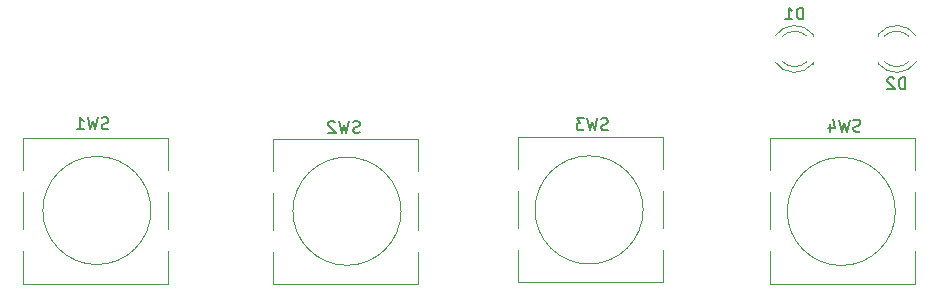
<source format=gbr>
%TF.GenerationSoftware,KiCad,Pcbnew,(6.0.7)*%
%TF.CreationDate,2023-08-25T11:33:14-04:00*%
%TF.ProjectId,Timer V4,54696d65-7220-4563-942e-6b696361645f,rev?*%
%TF.SameCoordinates,Original*%
%TF.FileFunction,Legend,Bot*%
%TF.FilePolarity,Positive*%
%FSLAX46Y46*%
G04 Gerber Fmt 4.6, Leading zero omitted, Abs format (unit mm)*
G04 Created by KiCad (PCBNEW (6.0.7)) date 2023-08-25 11:33:14*
%MOMM*%
%LPD*%
G01*
G04 APERTURE LIST*
%ADD10C,0.150000*%
%ADD11C,0.120000*%
G04 APERTURE END LIST*
D10*
%TO.C,SW4*%
X187167333Y-89764761D02*
X187024476Y-89812380D01*
X186786380Y-89812380D01*
X186691142Y-89764761D01*
X186643523Y-89717142D01*
X186595904Y-89621904D01*
X186595904Y-89526666D01*
X186643523Y-89431428D01*
X186691142Y-89383809D01*
X186786380Y-89336190D01*
X186976857Y-89288571D01*
X187072095Y-89240952D01*
X187119714Y-89193333D01*
X187167333Y-89098095D01*
X187167333Y-89002857D01*
X187119714Y-88907619D01*
X187072095Y-88860000D01*
X186976857Y-88812380D01*
X186738761Y-88812380D01*
X186595904Y-88860000D01*
X186262571Y-88812380D02*
X186024476Y-89812380D01*
X185834000Y-89098095D01*
X185643523Y-89812380D01*
X185405428Y-88812380D01*
X184595904Y-89145714D02*
X184595904Y-89812380D01*
X184834000Y-88764761D02*
X185072095Y-89479047D01*
X184453047Y-89479047D01*
%TO.C,SW3*%
X165811818Y-89637761D02*
X165668961Y-89685380D01*
X165430865Y-89685380D01*
X165335627Y-89637761D01*
X165288008Y-89590142D01*
X165240389Y-89494904D01*
X165240389Y-89399666D01*
X165288008Y-89304428D01*
X165335627Y-89256809D01*
X165430865Y-89209190D01*
X165621342Y-89161571D01*
X165716580Y-89113952D01*
X165764199Y-89066333D01*
X165811818Y-88971095D01*
X165811818Y-88875857D01*
X165764199Y-88780619D01*
X165716580Y-88733000D01*
X165621342Y-88685380D01*
X165383246Y-88685380D01*
X165240389Y-88733000D01*
X164907056Y-88685380D02*
X164668961Y-89685380D01*
X164478485Y-88971095D01*
X164288008Y-89685380D01*
X164049913Y-88685380D01*
X163764199Y-88685380D02*
X163145151Y-88685380D01*
X163478485Y-89066333D01*
X163335627Y-89066333D01*
X163240389Y-89113952D01*
X163192770Y-89161571D01*
X163145151Y-89256809D01*
X163145151Y-89494904D01*
X163192770Y-89590142D01*
X163240389Y-89637761D01*
X163335627Y-89685380D01*
X163621342Y-89685380D01*
X163716580Y-89637761D01*
X163764199Y-89590142D01*
%TO.C,SW2*%
X144789224Y-89876261D02*
X144646367Y-89923880D01*
X144408271Y-89923880D01*
X144313033Y-89876261D01*
X144265414Y-89828642D01*
X144217795Y-89733404D01*
X144217795Y-89638166D01*
X144265414Y-89542928D01*
X144313033Y-89495309D01*
X144408271Y-89447690D01*
X144598748Y-89400071D01*
X144693986Y-89352452D01*
X144741605Y-89304833D01*
X144789224Y-89209595D01*
X144789224Y-89114357D01*
X144741605Y-89019119D01*
X144693986Y-88971500D01*
X144598748Y-88923880D01*
X144360652Y-88923880D01*
X144217795Y-88971500D01*
X143884462Y-88923880D02*
X143646367Y-89923880D01*
X143455891Y-89209595D01*
X143265414Y-89923880D01*
X143027319Y-88923880D01*
X142693986Y-89019119D02*
X142646367Y-88971500D01*
X142551129Y-88923880D01*
X142313033Y-88923880D01*
X142217795Y-88971500D01*
X142170176Y-89019119D01*
X142122557Y-89114357D01*
X142122557Y-89209595D01*
X142170176Y-89352452D01*
X142741605Y-89923880D01*
X142122557Y-89923880D01*
%TO.C,SW1*%
X123507333Y-89558761D02*
X123364476Y-89606380D01*
X123126380Y-89606380D01*
X123031142Y-89558761D01*
X122983523Y-89511142D01*
X122935904Y-89415904D01*
X122935904Y-89320666D01*
X122983523Y-89225428D01*
X123031142Y-89177809D01*
X123126380Y-89130190D01*
X123316857Y-89082571D01*
X123412095Y-89034952D01*
X123459714Y-88987333D01*
X123507333Y-88892095D01*
X123507333Y-88796857D01*
X123459714Y-88701619D01*
X123412095Y-88654000D01*
X123316857Y-88606380D01*
X123078761Y-88606380D01*
X122935904Y-88654000D01*
X122602571Y-88606380D02*
X122364476Y-89606380D01*
X122174000Y-88892095D01*
X121983523Y-89606380D01*
X121745428Y-88606380D01*
X120840666Y-89606380D02*
X121412095Y-89606380D01*
X121126380Y-89606380D02*
X121126380Y-88606380D01*
X121221619Y-88749238D01*
X121316857Y-88844476D01*
X121412095Y-88892095D01*
%TO.C,D2*%
X190979095Y-86216380D02*
X190979095Y-85216380D01*
X190741000Y-85216380D01*
X190598142Y-85264000D01*
X190502904Y-85359238D01*
X190455285Y-85454476D01*
X190407666Y-85644952D01*
X190407666Y-85787809D01*
X190455285Y-85978285D01*
X190502904Y-86073523D01*
X190598142Y-86168761D01*
X190741000Y-86216380D01*
X190979095Y-86216380D01*
X190026714Y-85311619D02*
X189979095Y-85264000D01*
X189883857Y-85216380D01*
X189645761Y-85216380D01*
X189550523Y-85264000D01*
X189502904Y-85311619D01*
X189455285Y-85406857D01*
X189455285Y-85502095D01*
X189502904Y-85644952D01*
X190074333Y-86216380D01*
X189455285Y-86216380D01*
%TO.C,D1*%
X182353095Y-80296380D02*
X182353095Y-79296380D01*
X182115000Y-79296380D01*
X181972142Y-79344000D01*
X181876904Y-79439238D01*
X181829285Y-79534476D01*
X181781666Y-79724952D01*
X181781666Y-79867809D01*
X181829285Y-80058285D01*
X181876904Y-80153523D01*
X181972142Y-80248761D01*
X182115000Y-80296380D01*
X182353095Y-80296380D01*
X180829285Y-80296380D02*
X181400714Y-80296380D01*
X181115000Y-80296380D02*
X181115000Y-79296380D01*
X181210238Y-79439238D01*
X181305476Y-79534476D01*
X181400714Y-79582095D01*
D11*
%TO.C,SW4*%
X179514000Y-90370000D02*
X179514000Y-93090000D01*
X191814000Y-93090000D02*
X191814000Y-90370000D01*
X191814000Y-98090000D02*
X191814000Y-94950000D01*
X191814000Y-90370000D02*
X179514000Y-90370000D01*
X179514000Y-99950000D02*
X179514000Y-102670000D01*
X179514000Y-94950000D02*
X179514000Y-98090000D01*
X179514000Y-102670000D02*
X191814000Y-102670000D01*
X191814000Y-102670000D02*
X191814000Y-99950000D01*
X190143050Y-96560000D02*
G75*
G03*
X190143050Y-96560000I-4579050J0D01*
G01*
%TO.C,SW3*%
X168787535Y-96433000D02*
G75*
G03*
X168787535Y-96433000I-4579050J0D01*
G01*
X170458485Y-102543000D02*
X170458485Y-99823000D01*
X158158485Y-102543000D02*
X170458485Y-102543000D01*
X158158485Y-94823000D02*
X158158485Y-97963000D01*
X158158485Y-99823000D02*
X158158485Y-102543000D01*
X170458485Y-90243000D02*
X158158485Y-90243000D01*
X170458485Y-97963000D02*
X170458485Y-94823000D01*
X170458485Y-92963000D02*
X170458485Y-90243000D01*
X158158485Y-90243000D02*
X158158485Y-92963000D01*
%TO.C,SW2*%
X149759891Y-102733500D02*
X149759891Y-100013500D01*
X137459891Y-100013500D02*
X137459891Y-102733500D01*
X137459891Y-95013500D02*
X137459891Y-98153500D01*
X137459891Y-102733500D02*
X149759891Y-102733500D01*
X149759891Y-93153500D02*
X149759891Y-90433500D01*
X149759891Y-98153500D02*
X149759891Y-95013500D01*
X149759891Y-90433500D02*
X137459891Y-90433500D01*
X137459891Y-90433500D02*
X137459891Y-93153500D01*
X148288941Y-96543500D02*
G75*
G03*
X148288941Y-96543500I-4579050J0D01*
G01*
%TO.C,SW1*%
X128588000Y-102670000D02*
X128588000Y-99950000D01*
X116288000Y-99950000D02*
X116288000Y-102670000D01*
X116288000Y-94950000D02*
X116288000Y-98090000D01*
X116288000Y-102670000D02*
X128588000Y-102670000D01*
X128588000Y-93090000D02*
X128588000Y-90370000D01*
X128588000Y-98090000D02*
X128588000Y-94950000D01*
X128588000Y-90370000D02*
X116288000Y-90370000D01*
X116288000Y-90370000D02*
X116288000Y-93090000D01*
X127117050Y-96480000D02*
G75*
G03*
X127117050Y-96480000I-4579050J0D01*
G01*
%TO.C,D2*%
X188681000Y-84040000D02*
X188681000Y-83884000D01*
X188681000Y-81724000D02*
X188681000Y-81568000D01*
X189200039Y-83884000D02*
G75*
G03*
X191282130Y-83883837I1040961J1080000D01*
G01*
X191913335Y-81725392D02*
G75*
G03*
X188681000Y-81568484I-1672335J-1078608D01*
G01*
X191282130Y-81724163D02*
G75*
G03*
X189200039Y-81724000I-1041130J-1079837D01*
G01*
X188681000Y-84039516D02*
G75*
G03*
X191913335Y-83882608I1560000J1235516D01*
G01*
%TO.C,D1*%
X183175000Y-81568000D02*
X183175000Y-81724000D01*
X183175000Y-83884000D02*
X183175000Y-84040000D01*
X182655961Y-81724000D02*
G75*
G03*
X180573870Y-81724163I-1040961J-1080000D01*
G01*
X179942665Y-83882608D02*
G75*
G03*
X183175000Y-84039516I1672335J1078608D01*
G01*
X180573870Y-83883837D02*
G75*
G03*
X182655961Y-83884000I1041130J1079837D01*
G01*
X183175000Y-81568484D02*
G75*
G03*
X179942665Y-81725392I-1560000J-1235516D01*
G01*
%TD*%
M02*

</source>
